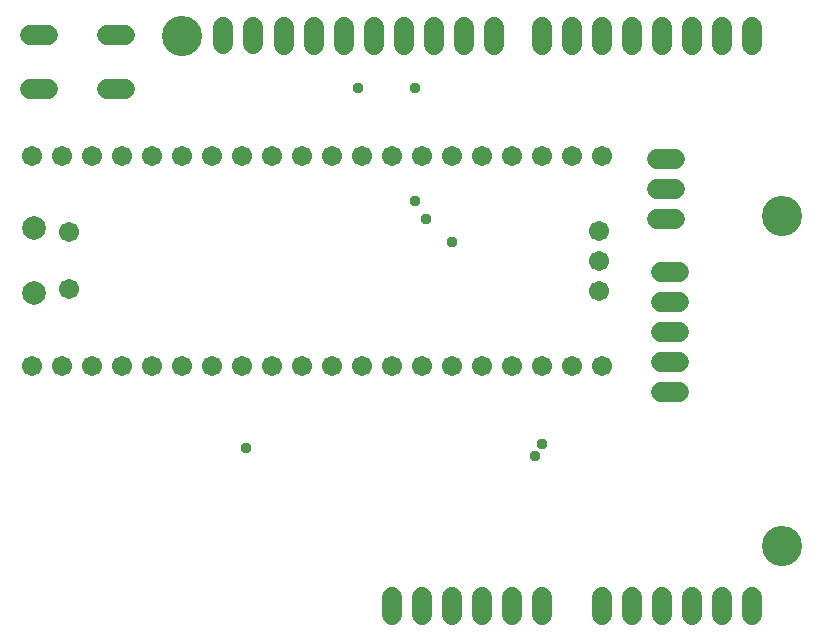
<source format=gbr>
G04 EAGLE Gerber RS-274X export*
G75*
%MOMM*%
%FSLAX34Y34*%
%LPD*%
%INSoldermask Bottom*%
%IPPOS*%
%AMOC8*
5,1,8,0,0,1.08239X$1,22.5*%
G01*
%ADD10C,1.727200*%
%ADD11C,3.403200*%
%ADD12C,1.711200*%
%ADD13C,2.003200*%
%ADD14C,1.703200*%
%ADD15C,1.711200*%
%ADD16C,0.959600*%


D10*
X251460Y513080D02*
X251460Y528320D01*
X276860Y528320D02*
X276860Y513080D01*
X302260Y513080D02*
X302260Y528320D01*
X327660Y528320D02*
X327660Y513080D01*
X353060Y513080D02*
X353060Y528320D01*
X378460Y528320D02*
X378460Y513080D01*
X403860Y513080D02*
X403860Y528320D01*
X429260Y528320D02*
X429260Y513080D01*
X469900Y513080D02*
X469900Y528320D01*
X495300Y528320D02*
X495300Y513080D01*
X520700Y513080D02*
X520700Y528320D01*
X546100Y528320D02*
X546100Y513080D01*
X571500Y513080D02*
X571500Y528320D01*
X596900Y528320D02*
X596900Y513080D01*
X622300Y513080D02*
X622300Y528320D01*
X647700Y528320D02*
X647700Y513080D01*
X342900Y45720D02*
X342900Y30480D01*
X368300Y30480D02*
X368300Y45720D01*
X393700Y45720D02*
X393700Y30480D01*
X419100Y30480D02*
X419100Y45720D01*
X444500Y45720D02*
X444500Y30480D01*
X469900Y30480D02*
X469900Y45720D01*
X520700Y45720D02*
X520700Y30480D01*
X546100Y30480D02*
X546100Y45720D01*
X571500Y45720D02*
X571500Y30480D01*
X596900Y30480D02*
X596900Y45720D01*
X622300Y45720D02*
X622300Y30480D01*
X647700Y30480D02*
X647700Y45720D01*
D11*
X165100Y520700D03*
X673100Y368300D03*
X673100Y88900D03*
D12*
X38100Y241300D03*
X63500Y241300D03*
X190500Y241300D03*
X215900Y241300D03*
X88900Y241300D03*
X114300Y241300D03*
X165100Y241300D03*
X139700Y241300D03*
X241300Y241300D03*
X266700Y241300D03*
X292100Y241300D03*
X317500Y241300D03*
X342900Y241300D03*
X368300Y241300D03*
X393700Y241300D03*
X419100Y241300D03*
X444500Y241300D03*
X469900Y241300D03*
X495300Y241300D03*
X520700Y241300D03*
X520700Y419100D03*
X495300Y419100D03*
X469900Y419100D03*
X444500Y419100D03*
X419100Y419100D03*
X393700Y419100D03*
X368300Y419100D03*
X342900Y419100D03*
X317500Y419100D03*
X292100Y419100D03*
X266700Y419100D03*
X241300Y419100D03*
X215900Y419100D03*
X190500Y419100D03*
X165100Y419100D03*
X139700Y419100D03*
X114300Y419100D03*
X88900Y419100D03*
X63500Y419100D03*
X38100Y419100D03*
D13*
X39400Y302950D03*
X39400Y357450D03*
D14*
X69700Y305950D03*
X69700Y354450D03*
D12*
X518400Y304800D03*
X518400Y330200D03*
X518400Y355600D03*
D15*
X200025Y513160D02*
X200025Y528240D01*
X225425Y528240D02*
X225425Y513160D01*
D10*
X567055Y365125D02*
X582295Y365125D01*
X582295Y390525D02*
X567055Y390525D01*
X567055Y415925D02*
X582295Y415925D01*
X585470Y219075D02*
X570230Y219075D01*
X570230Y244475D02*
X585470Y244475D01*
X585470Y269875D02*
X570230Y269875D01*
X570230Y295275D02*
X585470Y295275D01*
X585470Y320675D02*
X570230Y320675D01*
X51308Y521081D02*
X36068Y521081D01*
X36068Y475869D02*
X51308Y475869D01*
X101092Y521081D02*
X116332Y521081D01*
X116332Y475869D02*
X101092Y475869D01*
D16*
X393700Y346075D03*
X463550Y165100D03*
X371475Y365125D03*
X469900Y174625D03*
X361950Y381000D03*
X361950Y476250D03*
X314325Y476250D03*
X219075Y171450D03*
M02*

</source>
